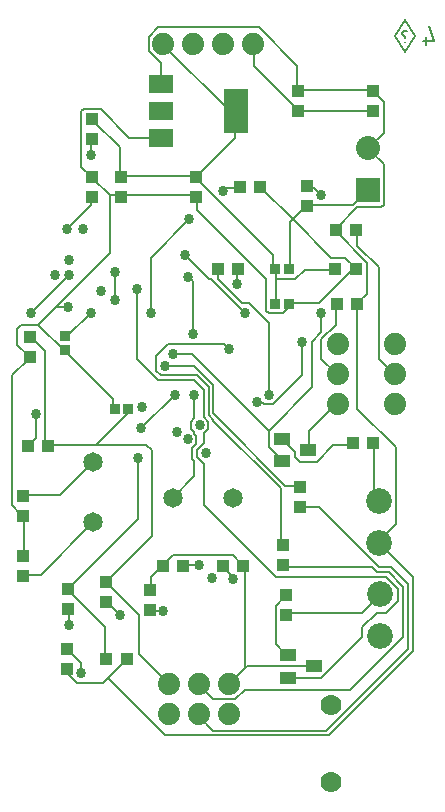
<source format=gbr>
G04 EAGLE Gerber RS-274X export*
G75*
%MOMM*%
%FSLAX66Y66*%
%LPD*%
%INBottom Copper*%
%IPPOS*%
%AMOC8*
5,1,8,0,0,1.08239X$1,22.5*%
G01*
%ADD10C,0.152400*%
%ADD11R,1.000000X1.100000*%
%ADD12R,1.100000X1.000000*%
%ADD13C,1.879600*%
%ADD14R,2.000000X1.500000*%
%ADD15R,2.000000X3.800000*%
%ADD16R,2.032000X2.032000*%
%ADD17C,2.032000*%
%ADD18C,2.184400*%
%ADD19R,1.400000X1.000000*%
%ADD20C,1.651000*%
%ADD21R,0.850000X0.900000*%
%ADD22R,0.900000X0.850000*%
%ADD23C,1.778000*%
%ADD24C,0.203200*%
%ADD25C,0.858000*%


D10*
X62378941Y78740763D02*
X62740184Y77476406D01*
X61837075Y77476406D01*
X62108009Y77115163D02*
X62108009Y77837650D01*
X60308675Y77431250D02*
X60308675Y77386094D01*
X60082897Y78198894D02*
X60082950Y78203258D01*
X60083108Y78207620D01*
X60083371Y78211977D01*
X60083740Y78216326D01*
X60084214Y78220665D01*
X60084792Y78224992D01*
X60085475Y78229303D01*
X60086262Y78233596D01*
X60087152Y78237869D01*
X60088146Y78242119D01*
X60089241Y78246344D01*
X60090439Y78250542D01*
X60091737Y78254709D01*
X60093136Y78258843D01*
X60094635Y78262943D01*
X60096232Y78267005D01*
X60097926Y78271028D01*
X60099718Y78275008D01*
X60101605Y78278944D01*
X60103586Y78282833D01*
X60105661Y78286673D01*
X60107828Y78290461D01*
X60110087Y78294197D01*
X60112434Y78297876D01*
X60114870Y78301498D01*
X60117393Y78305060D01*
X60120001Y78308560D01*
X60122693Y78311996D01*
X60125467Y78315366D01*
X60128322Y78318668D01*
X60131255Y78321899D01*
X60134266Y78325060D01*
X60137353Y78328146D01*
X60140513Y78331157D01*
X60143745Y78334090D01*
X60147047Y78336945D01*
X60150416Y78339719D01*
X60153852Y78342411D01*
X60157352Y78345019D01*
X60160914Y78347542D01*
X60164536Y78349977D01*
X60168216Y78352325D01*
X60171951Y78354583D01*
X60175740Y78356750D01*
X60179580Y78358825D01*
X60183469Y78360807D01*
X60187405Y78362694D01*
X60191385Y78364485D01*
X60195408Y78366180D01*
X60199470Y78367777D01*
X60203569Y78369275D01*
X60207704Y78370674D01*
X60211871Y78371972D01*
X60216069Y78373170D01*
X60220294Y78374265D01*
X60224544Y78375258D01*
X60228817Y78376149D01*
X60233110Y78376935D01*
X60237421Y78377618D01*
X60241748Y78378196D01*
X60246087Y78378670D01*
X60250436Y78379039D01*
X60254793Y78379302D01*
X60259155Y78379460D01*
X60263519Y78379513D01*
X60263518Y78379516D02*
X60277150Y78379358D01*
X60290773Y78378883D01*
X60304382Y78378091D01*
X60317970Y78376985D01*
X60331527Y78375563D01*
X60345048Y78373826D01*
X60358525Y78371776D01*
X60371951Y78369414D01*
X60385319Y78366741D01*
X60398620Y78363758D01*
X60411849Y78360467D01*
X60424998Y78356869D01*
X60438060Y78352968D01*
X60451028Y78348764D01*
X60463894Y78344260D01*
X60476653Y78339459D01*
X60489296Y78334363D01*
X60082897Y78198894D02*
X60082961Y78193513D01*
X60083153Y78188136D01*
X60083474Y78182765D01*
X60083922Y78177402D01*
X60084498Y78172052D01*
X60085202Y78166718D01*
X60086032Y78161401D01*
X60086989Y78156106D01*
X60088071Y78150835D01*
X60089279Y78145592D01*
X60090612Y78140378D01*
X60092068Y78135198D01*
X60093647Y78130054D01*
X60095349Y78124950D01*
X60097172Y78119887D01*
X60099115Y78114869D01*
X60101177Y78109899D01*
X60103356Y78104979D01*
X60105653Y78100113D01*
X60108065Y78095303D01*
X60110590Y78090551D01*
X60113228Y78085862D01*
X60115978Y78081236D01*
X60118836Y78076677D01*
X60121803Y78072188D01*
X60124875Y78067771D01*
X60128052Y78063428D01*
X60128053Y78063428D02*
X60134561Y78054961D01*
X60141267Y78046650D01*
X60148168Y78038501D01*
X60155259Y78030517D01*
X60162538Y78022703D01*
X60169999Y78015063D01*
X60177639Y78007601D01*
X60185453Y78000323D01*
X60193436Y77993231D01*
X60201586Y77986330D01*
X60209896Y77979624D01*
X60218363Y77973116D01*
X60218362Y77973116D02*
X60223061Y77969502D01*
X60227670Y77965775D01*
X60232188Y77961938D01*
X60236612Y77957993D01*
X60240939Y77953941D01*
X60245166Y77949786D01*
X60249291Y77945529D01*
X60253312Y77941174D01*
X60257227Y77936723D01*
X60261032Y77932178D01*
X60264726Y77927542D01*
X60268307Y77922818D01*
X60271772Y77918009D01*
X60275120Y77913117D01*
X60278348Y77908146D01*
X60281454Y77903097D01*
X60284438Y77897975D01*
X60287296Y77892783D01*
X60290028Y77887522D01*
X60292632Y77882197D01*
X60295106Y77876810D01*
X60297448Y77871365D01*
X60299658Y77865865D01*
X60301734Y77860313D01*
X60303675Y77854712D01*
X60305480Y77849066D01*
X60307147Y77843377D01*
X60308676Y77837650D01*
X60308675Y77837650D02*
X60308675Y77747338D01*
X59450719Y77927963D02*
X60308675Y76573297D01*
X59450719Y77927963D02*
X60308675Y79282628D01*
X61166628Y77927963D01*
X60308675Y76573297D01*
D11*
X42586250Y65960156D03*
X42586250Y64260156D03*
X27940000Y38950000D03*
X27940000Y37250000D03*
X38692353Y29290859D03*
X38692353Y30990859D03*
X27940000Y32170000D03*
X27940000Y33870000D03*
D12*
X54425709Y58166278D03*
X56125709Y58166278D03*
D11*
X36236250Y65960156D03*
X36236250Y64260156D03*
X51268534Y73232581D03*
X51268534Y71532581D03*
D12*
X41490000Y33020000D03*
X39790000Y33020000D03*
X44870000Y33020000D03*
X46570000Y33020000D03*
D11*
X57632025Y73229334D03*
X57632025Y71529334D03*
D13*
X40301491Y20488681D03*
X40301491Y23028681D03*
X42841491Y20488681D03*
X42841491Y23028681D03*
X45381491Y20488681D03*
X45381491Y23028681D03*
D14*
X39691366Y69272144D03*
X39691366Y71572144D03*
X39691366Y73872144D03*
D15*
X45991366Y71572144D03*
D16*
X57150634Y64896481D03*
D17*
X57150634Y68396481D03*
D18*
X58081875Y35030000D03*
X58081875Y38530000D03*
D19*
X52069313Y42843906D03*
X49869313Y43793906D03*
X49869313Y41893906D03*
D11*
X51393116Y39711672D03*
X51393116Y38011672D03*
D12*
X44489000Y58166000D03*
X46189000Y58166000D03*
X30060000Y43180000D03*
X28360000Y43180000D03*
D11*
X31749366Y29375391D03*
X31749366Y31075391D03*
D12*
X55876834Y43436516D03*
X57576834Y43436516D03*
D11*
X49953672Y33101494D03*
X49953672Y34801494D03*
X34966959Y29968125D03*
X34966959Y31668125D03*
D12*
X36742538Y25140691D03*
X35042538Y25140691D03*
D11*
X33781288Y70869569D03*
X33781288Y69169569D03*
D13*
X59436788Y46736025D03*
X59436788Y49276025D03*
X59436788Y51816025D03*
X54610888Y46736025D03*
X54610888Y49276025D03*
X54610888Y51816025D03*
X47487534Y77213994D03*
X44947534Y77213994D03*
X42407534Y77213994D03*
X39867534Y77213994D03*
D20*
X45720000Y38777141D03*
X40640000Y38777141D03*
X33866581Y36744963D03*
X33866581Y41824963D03*
D12*
X56138831Y61485513D03*
X54438831Y61485513D03*
X54532163Y55194263D03*
X56232163Y55194263D03*
D21*
X35742000Y46355000D03*
X36902000Y46355000D03*
D11*
X33781619Y64258988D03*
X33781619Y65958988D03*
D22*
X31496000Y51363000D03*
X31496000Y52523000D03*
D11*
X28535147Y50746900D03*
X28535147Y52446900D03*
D23*
X54059884Y14741706D03*
X54059884Y21241706D03*
D11*
X31706897Y25995363D03*
X31706897Y24295363D03*
D21*
X50491000Y58166000D03*
X49331000Y58166000D03*
X50491000Y55245000D03*
X49331000Y55245000D03*
D11*
X51980141Y65190234D03*
X51980141Y63490234D03*
D18*
X58160184Y27153103D03*
X58160184Y30653103D03*
D19*
X52572184Y24550881D03*
X50372184Y25500881D03*
X50372184Y23600881D03*
D11*
X50202309Y30565028D03*
X50202309Y28865028D03*
D12*
X46304616Y65102156D03*
X48004616Y65102156D03*
D24*
X49377600Y58115200D02*
X49377600Y57302400D01*
X49377600Y55270400D01*
X49331000Y55245000D01*
X49377600Y58115200D02*
X49331000Y58166000D01*
X51816000Y58115200D02*
X54254400Y58115200D01*
X51816000Y58115200D02*
X51003200Y57302400D01*
X49377600Y57302400D01*
X54254400Y58115200D02*
X54425709Y58166278D01*
X36169600Y68478400D02*
X33934400Y70713600D01*
X36169600Y68478400D02*
X36169600Y66040000D01*
X33934400Y70713600D02*
X33781288Y70869569D01*
X36169600Y66040000D02*
X36236250Y65960156D01*
X36372800Y66040000D02*
X42468800Y66040000D01*
X42586250Y65960156D01*
X36372800Y66040000D02*
X36236250Y65960156D01*
X49174400Y59334400D02*
X49174400Y58318400D01*
X49174400Y59334400D02*
X42672000Y65836800D01*
X49174400Y58318400D02*
X49331000Y58166000D01*
X42672000Y65836800D02*
X42586250Y65960156D01*
X45923200Y69291200D02*
X45923200Y71526400D01*
X45923200Y69291200D02*
X42672000Y66040000D01*
X45923200Y71526400D02*
X45991366Y71572144D01*
X42672000Y66040000D02*
X42586250Y65960156D01*
X35153600Y31496000D02*
X37795200Y28854400D01*
X37795200Y25603200D01*
X40233600Y23164800D01*
X35153600Y31496000D02*
X34966959Y31668125D01*
X40233600Y23164800D02*
X40301491Y23028681D01*
X36779200Y45923200D02*
X36779200Y46329600D01*
X36779200Y45923200D02*
X34137600Y43281600D01*
X33778622Y43281600D02*
X30073600Y43281600D01*
X33778622Y43281600D02*
X34137600Y43281600D01*
X36779200Y46329600D02*
X36902000Y46355000D01*
X30073600Y43281600D02*
X30060000Y43180000D01*
X29870400Y51206400D02*
X28651200Y52425600D01*
X29870400Y51206400D02*
X29870400Y43281600D01*
X28651200Y52425600D02*
X28535147Y52446900D01*
X29870400Y43281600D02*
X30060000Y43180000D01*
X34966959Y31668125D02*
X35153600Y31699200D01*
X45313600Y71729600D02*
X45923200Y71729600D01*
X45313600Y71729600D02*
X40030400Y77012800D01*
X45923200Y71729600D02*
X45991366Y71572144D01*
X40030400Y77012800D02*
X39867534Y77213994D01*
X38858113Y35559278D02*
X34966959Y31668125D01*
X38858113Y35559278D02*
X38858113Y42837050D01*
X38413563Y43281600D01*
X34137600Y43281600D01*
X51409600Y37998400D02*
X53035200Y37998400D01*
X58115200Y32918400D01*
X59131200Y32918400D01*
X60553600Y31496000D01*
X60553600Y26009600D01*
X53644800Y19100800D01*
X44094400Y19100800D01*
X42875200Y20320000D01*
X51409600Y37998400D02*
X51393116Y38011672D01*
X42841491Y20488681D02*
X42875200Y20320000D01*
X49987200Y32918400D02*
X57505600Y32918400D01*
X57912000Y32512000D01*
X58928000Y32512000D01*
X60147200Y31292800D01*
X60147200Y27025600D01*
X55676800Y22555200D01*
X46736000Y22555200D01*
X45923200Y21742400D01*
X44094400Y21742400D01*
X42875200Y22961600D01*
X49987200Y32918400D02*
X49953672Y33101494D01*
X42841491Y23028681D02*
X42875200Y22961600D01*
X49784000Y34950400D02*
X49784000Y39624000D01*
X43688000Y48158400D02*
X42672000Y49174400D01*
X39624000Y49174400D01*
X39217600Y49580800D01*
X39217600Y50800000D01*
X40233600Y51816000D01*
X45025844Y51816000D01*
X45432244Y51409600D01*
X49784000Y34950400D02*
X49953672Y34801494D01*
D25*
X45432244Y51409600D03*
D24*
X43688000Y48158400D02*
X43688000Y45799706D01*
X44061913Y45425794D01*
X44061913Y45346088D01*
X49784000Y39624000D01*
X50190400Y39827200D02*
X51206400Y39827200D01*
X44094400Y48361600D02*
X42468800Y49987200D01*
X40030400Y49987200D01*
X51206400Y39827200D02*
X51393116Y39711672D01*
D25*
X40030400Y49987200D03*
D24*
X44094400Y48361600D02*
X44094400Y45968044D01*
X44468313Y45594131D01*
X44468313Y45549288D01*
X50190400Y39827200D01*
X36169600Y64414400D02*
X35356800Y64414400D01*
X33934400Y65836800D01*
X36169600Y64414400D02*
X36236250Y64260156D01*
X33934400Y65836800D02*
X33781619Y65958988D01*
X36372800Y64414400D02*
X42468800Y64414400D01*
X42586250Y64260156D01*
X36372800Y64414400D02*
X36236250Y64260156D01*
X36982400Y69291200D02*
X39624000Y69291200D01*
X36982400Y69291200D02*
X34544000Y71729600D01*
X33121600Y71729600D01*
X32918400Y71526400D01*
X32918400Y66852800D01*
X33731200Y66040000D01*
X39624000Y69291200D02*
X39691366Y69272144D01*
X33781619Y65958988D02*
X33731200Y66040000D01*
X28041600Y37185600D02*
X28041600Y33934400D01*
X27940000Y33870000D01*
X28041600Y37185600D02*
X27940000Y37250000D01*
X35560000Y46532800D02*
X35560000Y47142400D01*
X31496000Y51206400D01*
X35560000Y46532800D02*
X35742000Y46355000D01*
X28448000Y50800000D02*
X27465884Y51782116D01*
X27465884Y53119863D01*
X27787622Y53441600D01*
X29260800Y53441600D01*
X31496000Y51206400D01*
X28535147Y50746900D02*
X28448000Y50800000D01*
X31496000Y51206400D02*
X31496000Y51363000D01*
X27025600Y38201600D02*
X27838400Y37388800D01*
X27025600Y38201600D02*
X27025600Y49174400D01*
X28448000Y50596800D01*
X27838400Y37388800D02*
X27940000Y37250000D01*
X28448000Y50596800D02*
X28535147Y50746900D01*
X35356800Y59537600D02*
X35356800Y64414400D01*
X30771428Y54952228D02*
X29260800Y53441600D01*
X30771428Y54952228D02*
X35356800Y59537600D01*
X50596800Y55270400D02*
X53035200Y55270400D01*
X56083200Y58318400D01*
X50596800Y55270400D02*
X50491000Y55245000D01*
X50596800Y58318400D02*
X50596800Y62179200D01*
X50800000Y62382400D02*
X51816000Y63398400D01*
X50800000Y62382400D02*
X50596800Y62179200D01*
X50596800Y58318400D02*
X50491000Y58166000D01*
X51816000Y63398400D02*
X51980141Y63490234D01*
X50800000Y62382400D02*
X48158400Y65024000D01*
X48004616Y65102156D01*
X55270400Y59131200D02*
X56083200Y58318400D01*
X56125709Y58166278D01*
X38811200Y32105600D02*
X38811200Y31089600D01*
X38811200Y32105600D02*
X39624000Y32918400D01*
X38811200Y31089600D02*
X38692353Y30990859D01*
X39624000Y32918400D02*
X39790000Y33020000D01*
X45720000Y33934400D02*
X46532800Y33121600D01*
X45720000Y33934400D02*
X40640000Y33934400D01*
X39827200Y33121600D01*
X46532800Y33121600D02*
X46570000Y33020000D01*
X39827200Y33121600D02*
X39790000Y33020000D01*
X51409600Y71526400D02*
X57505600Y71526400D01*
X57632025Y71529334D01*
X51409600Y71526400D02*
X51268534Y71532581D01*
X52222400Y44500800D02*
X52222400Y42875200D01*
X52222400Y44500800D02*
X54457600Y46736000D01*
X52222400Y42875200D02*
X52069313Y42843906D01*
X54457600Y46736000D02*
X54610888Y46736025D01*
X52425600Y24587200D02*
X46939200Y24587200D01*
X46736000Y24384000D02*
X45516800Y23164800D01*
X46736000Y24384000D02*
X46939200Y24587200D01*
X52425600Y24587200D02*
X52572184Y24550881D01*
X45516800Y23164800D02*
X45381491Y23028681D01*
X51206400Y71729600D02*
X47548800Y75387200D01*
X47548800Y77012800D01*
X51206400Y71729600D02*
X51268534Y71532581D01*
X47548800Y77012800D02*
X47487534Y77213994D01*
X46736000Y32918400D02*
X46736000Y24384000D01*
X46736000Y32918400D02*
X46570000Y33020000D01*
X52019200Y63601600D02*
X55880000Y63601600D01*
X57099200Y64820800D01*
X52019200Y63601600D02*
X51980141Y63490234D01*
X57099200Y64820800D02*
X57150634Y64896481D01*
X42672000Y64211200D02*
X42672000Y63195200D01*
X48564800Y57302400D01*
X48564800Y54660800D01*
X48768000Y54457600D01*
X49987200Y54457600D01*
X50596800Y55067200D01*
X42672000Y64211200D02*
X42586250Y64260156D01*
X50491000Y55245000D02*
X50596800Y55067200D01*
D25*
X31822428Y54952228D03*
D24*
X30771428Y54952228D01*
D25*
X33078269Y61569600D03*
D24*
X54051200Y59131200D02*
X55270400Y59131200D01*
X54051200Y59131200D02*
X50800000Y62382400D01*
X33731200Y67868800D02*
X33731200Y69088000D01*
X33781288Y69169569D01*
D25*
X33731200Y67868800D03*
D24*
X29057600Y45923200D02*
X29057600Y43891200D01*
X28448000Y43281600D01*
X28360000Y43180000D01*
D25*
X29057600Y45923200D03*
X38011531Y46477353D03*
X40974569Y44360897D03*
D24*
X35153600Y29870400D02*
X36169600Y28854400D01*
X35153600Y29870400D02*
X34966959Y29968125D01*
X38811200Y29260800D02*
X39827200Y29260800D01*
X38811200Y29260800D02*
X38692353Y29290859D01*
D25*
X36169600Y28854400D03*
X39827200Y29260800D03*
X43429656Y42583075D03*
X43937606Y32000800D03*
D24*
X44500800Y57302400D02*
X44500800Y58115200D01*
X44500800Y57302400D02*
X46532800Y55270400D01*
X47142400Y55270400D01*
X48768000Y53644800D01*
X48768000Y47548800D01*
X44500800Y58115200D02*
X44489000Y58166000D01*
D25*
X48768000Y47548800D03*
D24*
X46126400Y56896000D02*
X46126400Y58115200D01*
X46189000Y58166000D01*
D25*
X46126400Y56896000D03*
D24*
X31902400Y29260800D02*
X31902400Y28041600D01*
X31902400Y29260800D02*
X31749366Y29375391D01*
D25*
X31902400Y28041600D03*
D24*
X34950400Y27838400D02*
X34950400Y25196800D01*
X34950400Y27838400D02*
X31902400Y30886400D01*
X34950400Y25196800D02*
X35042538Y25140691D01*
X31902400Y30886400D02*
X31749366Y31075391D01*
X37672900Y36998925D01*
X37672900Y42159784D01*
D25*
X37672900Y42159784D03*
X42329100Y52657400D03*
D24*
X42329100Y57144284D01*
X41930000Y57543384D01*
D25*
X41930000Y57543384D03*
D24*
X41656000Y33121600D02*
X42875200Y33121600D01*
X41656000Y33121600D02*
X41490000Y33020000D01*
X40640000Y38811200D02*
X42468800Y40640000D01*
X40640000Y38811200D02*
X40640000Y38777141D01*
D25*
X42875200Y33121600D03*
X42468800Y47548800D03*
D24*
X42468800Y41931444D02*
X42468800Y40640000D01*
X42468800Y41931444D02*
X42289456Y42110788D01*
X42289456Y43055363D01*
X42639619Y44072244D02*
X42468800Y44243063D01*
X42639619Y44072244D02*
X42639619Y43405525D01*
X42289456Y43055363D01*
X42468800Y44243063D02*
X42468800Y44368656D01*
X42187900Y44649556D01*
X42187900Y45257456D01*
X42468800Y45538356D01*
X42468800Y47548800D01*
X44907200Y32918400D02*
X45720000Y32105600D01*
X45720000Y31902400D01*
X44907200Y32918400D02*
X44870000Y33020000D01*
D25*
X45720000Y31902400D03*
X42921706Y44953503D03*
D24*
X31089600Y39014400D02*
X28041600Y39014400D01*
X31089600Y39014400D02*
X33731200Y41656000D01*
X28041600Y39014400D02*
X27940000Y38950000D01*
X33731200Y41656000D02*
X33866581Y41824963D01*
X37998400Y44704000D02*
X40843200Y47548800D01*
D25*
X40843200Y47548800D03*
X37998400Y44704000D03*
D24*
X29464000Y32308800D02*
X28041600Y32308800D01*
X29464000Y32308800D02*
X33731200Y36576000D01*
X28041600Y32308800D02*
X27940000Y32170000D01*
X33731200Y36576000D02*
X33866581Y36744963D01*
D25*
X41905809Y43768291D03*
D24*
X46736000Y54457600D02*
X43891200Y57302400D01*
X43688000Y57302400D01*
X41656000Y59334400D01*
D25*
X46736000Y54457600D03*
X41656000Y59334400D03*
D24*
X38811200Y59131200D02*
X38811200Y54457600D01*
X38811200Y59131200D02*
X42062400Y62382400D01*
D25*
X38811200Y54457600D03*
X42062400Y62382400D03*
D24*
X47752000Y46939200D02*
X48158400Y46939200D01*
X48361600Y46736000D01*
X49174400Y46736000D01*
X51612800Y49174400D01*
X51612800Y52019200D01*
D25*
X47752000Y46939200D03*
X51612800Y52019200D03*
D24*
X31902400Y57708800D02*
X28651200Y54457600D01*
D25*
X31902400Y57708800D03*
X28651200Y54457600D03*
D24*
X45110400Y65024000D02*
X46126400Y65024000D01*
X45110400Y65024000D02*
X44907200Y64820800D01*
X46126400Y65024000D02*
X46304616Y65102156D01*
X50393600Y23571200D02*
X53238400Y23571200D01*
X56692800Y27025600D01*
X56692800Y27838400D01*
X57912000Y29057600D01*
X58724800Y29057600D01*
X59740800Y30073600D01*
X59740800Y31089600D01*
X58724800Y32105600D01*
X49377600Y32105600D01*
X43281600Y38201600D01*
X43281600Y47955200D02*
X42468800Y48768000D01*
X39420800Y48768000D01*
X37592000Y50596800D01*
X37592000Y56489600D01*
X50372184Y23600881D02*
X50393600Y23571200D01*
D25*
X44907200Y64820800D03*
X37592000Y56489600D03*
D24*
X42695856Y42887025D02*
X42695856Y42279125D01*
X43281600Y41693381D02*
X43281600Y38201600D01*
X42695856Y42887025D02*
X43281600Y43472769D01*
X42695856Y42279125D02*
X43281600Y41693381D01*
X43281600Y45631369D02*
X43281600Y47955200D01*
X43281600Y45631369D02*
X43655513Y45257456D01*
X43655513Y44649556D01*
X43281600Y44275644D01*
X43281600Y43472769D01*
X52019200Y65024000D02*
X52628800Y65024000D01*
X53238400Y64414400D01*
X53238400Y54457600D02*
X53238400Y52832000D01*
X52425600Y52019200D01*
X52425600Y48158400D01*
X48768000Y44500800D01*
X48768000Y43078400D01*
X49784000Y42062400D01*
X52019200Y65024000D02*
X51980141Y65190234D01*
X49784000Y42062400D02*
X49869313Y41893906D01*
X42265600Y51003200D02*
X40640000Y51003200D01*
X42265600Y51003200D02*
X48768000Y44500800D01*
D25*
X53238400Y64414400D03*
X53238400Y54457600D03*
X40640000Y51003200D03*
X35725759Y55535778D03*
D24*
X35725759Y57906209D01*
D25*
X35725759Y57906209D03*
X31902400Y58928000D03*
X34544000Y56286400D03*
D24*
X57708800Y43281600D02*
X57708800Y38811200D01*
X57912000Y38608000D01*
X57708800Y43281600D02*
X57576834Y43436516D01*
X57912000Y38608000D02*
X58081875Y38530000D01*
X55676800Y43281600D02*
X54254400Y43281600D01*
X52832000Y41859200D01*
X51409600Y41859200D01*
X51003200Y42265600D01*
X51003200Y42672000D01*
X49987200Y43688000D01*
X55676800Y43281600D02*
X55876834Y43436516D01*
X49987200Y43688000D02*
X49869313Y43793906D01*
X56286400Y60147200D02*
X56286400Y61366400D01*
X56286400Y60147200D02*
X58115200Y58318400D01*
X58115200Y50596800D01*
X59334400Y49377600D01*
X56286400Y61366400D02*
X56138831Y61485513D01*
X59334400Y49377600D02*
X59436788Y49276025D01*
X54457600Y53441600D02*
X54457600Y55067200D01*
X54457600Y53441600D02*
X53238400Y52222400D01*
X53238400Y50596800D01*
X54457600Y49377600D01*
X54457600Y55067200D02*
X54532163Y55194263D01*
X54457600Y49377600D02*
X54610888Y49276025D01*
X57099200Y58724800D02*
X54457600Y61366400D01*
X57099200Y58724800D02*
X57099200Y56083200D01*
X56286400Y55270400D01*
X54457600Y61366400D02*
X54438831Y61485513D01*
X56286400Y55270400D02*
X56232163Y55194263D01*
X58521600Y72339200D02*
X57708800Y73152000D01*
X58521600Y72339200D02*
X58521600Y69697600D01*
X57302400Y68478400D01*
X57708800Y73152000D02*
X57632025Y73229334D01*
X57302400Y68478400D02*
X57150634Y68396481D01*
X57505600Y73355200D02*
X51409600Y73355200D01*
X51268534Y73232581D01*
X57505600Y73355200D02*
X57632025Y73229334D01*
X39624000Y73964800D02*
X39624000Y75590400D01*
X38608000Y76606400D01*
X38608000Y77825600D01*
X39420800Y78638400D01*
X47955200Y78638400D01*
X51206400Y75387200D01*
X51206400Y73355200D01*
X39691366Y73872144D02*
X39624000Y73964800D01*
X51206400Y73355200D02*
X51268534Y73232581D01*
X56286400Y63398400D02*
X54457600Y61569600D01*
X56286400Y63398400D02*
X58318400Y63398400D01*
X58521600Y63601600D01*
X58521600Y67056000D01*
X57302400Y68275200D01*
X54457600Y61569600D02*
X54438831Y61485513D01*
X57302400Y68275200D02*
X57150634Y68396481D01*
X31902400Y24180800D02*
X31902400Y23774400D01*
X32512000Y23164800D01*
X34747200Y23164800D01*
X35153600Y23571200D02*
X36576000Y24993600D01*
X35153600Y23571200D02*
X34747200Y23164800D01*
X31902400Y24180800D02*
X31706897Y24295363D01*
X36576000Y24993600D02*
X36742538Y25140691D01*
X35153600Y23571200D02*
X40030400Y18694400D01*
X53848000Y18694400D01*
X60960000Y25806400D01*
X60960000Y32105600D01*
X58115200Y34950400D01*
X58081875Y35030000D01*
X56286400Y46329600D02*
X56286400Y55067200D01*
X56286400Y46329600D02*
X59537600Y43078400D01*
X59537600Y36576000D01*
X58115200Y35153600D01*
X56286400Y55067200D02*
X56232163Y55194263D01*
X58115200Y35153600D02*
X58081875Y35030000D01*
X33731200Y63601600D02*
X33731200Y64211200D01*
X33731200Y63601600D02*
X31699200Y61569600D01*
X33731200Y64211200D02*
X33781619Y64258988D01*
D25*
X31699200Y61569600D03*
D24*
X33697316Y54491484D02*
X31728831Y52523000D01*
X31496000Y52523000D01*
D25*
X33697316Y54491484D03*
X30683200Y57708800D03*
D24*
X31902400Y25806400D02*
X32918400Y24790400D01*
X32918400Y23977600D01*
X31902400Y25806400D02*
X31706897Y25995363D01*
D25*
X32918400Y23977600D03*
D24*
X50393600Y29057600D02*
X56692800Y29057600D01*
X58115200Y30480000D01*
X50393600Y29057600D02*
X50202309Y28865028D01*
X58115200Y30480000D02*
X58160184Y30653103D01*
X50190400Y30480000D02*
X49377600Y29667200D01*
X49377600Y26416000D01*
X50190400Y25603200D01*
X50190400Y30480000D02*
X50202309Y30565028D01*
X50190400Y25603200D02*
X50372184Y25500881D01*
M02*

</source>
